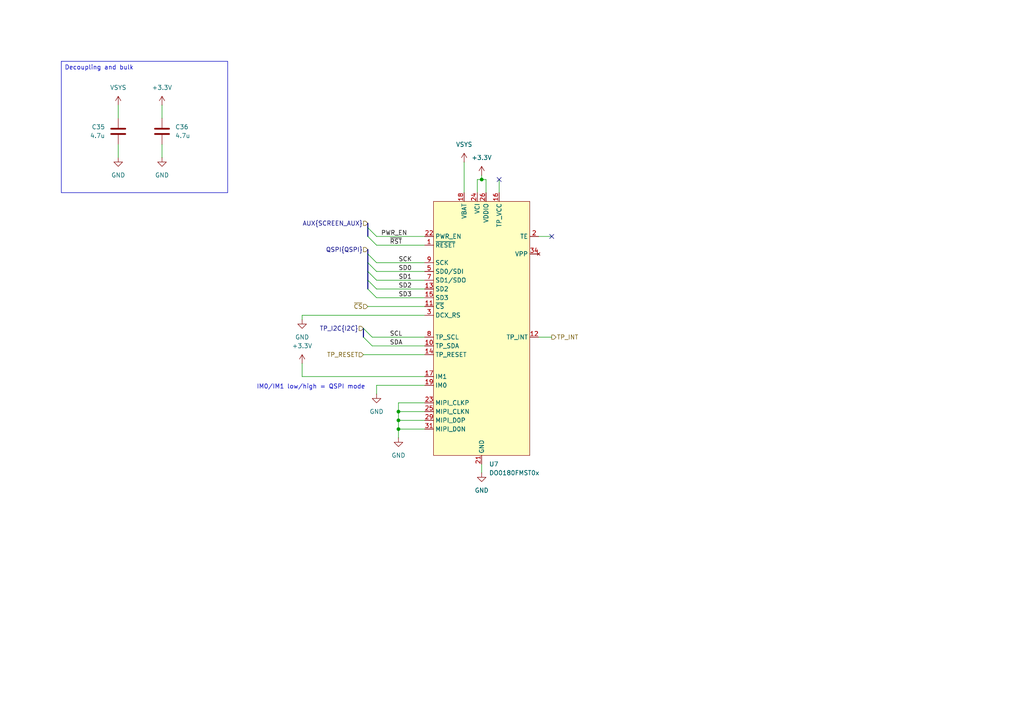
<source format=kicad_sch>
(kicad_sch (version 20250114) (generator "eeschema") (generator_version "9.0")
  (paper "A4")
  (lib_symbols
    (symbol "Device:C" (pin_numbers (hide yes)) (pin_names (offset 0.254))
      (property "Reference" "C" (at 0.635 2.54 0))
      (property "Value" "C" (at 0.635 -2.54 0))
      (symbol "C_0_1"
        (polyline (pts (xy -2.032 0.762) (xy 2.032 0.762)) (stroke (width 0.508)))
        (polyline (pts (xy -2.032 -0.762) (xy 2.032 -0.762)) (stroke (width 0.508)))
      )
      (symbol "C_1_1"
        (pin passive line (at 0 3.81 270) (length 2.794) (name "~") (number "1"))
        (pin passive line (at 0 -3.81 90) (length 2.794) (name "~") (number "2"))
      )
    )
    (symbol "picowalker:DO0180FMST0x"
      (property "Reference" "U" (at 13.462 6.096 0))
      (property "Value" "DO0180FMST0x" (at 13.716 3.556 0))
      (symbol "DO0180FMST0x_1_1"
        (rectangle (start -13.97 -2.54) (end 13.97 -76.2) (fill (type background)))
        (pin passive line (at -16.51 -12.7 0) (length 2.54) (name "PWR_EN") (number "22"))
        (pin passive line (at -16.51 -15.24 0) (length 2.54) (name "~{RESET}") (number "1"))
        (pin passive line (at -16.51 -20.32 0) (length 2.54) (name "SCK") (number "9"))
        (pin passive line (at -16.51 -22.86 0) (length 2.54) (name "SD0/SDI") (number "5"))
        (pin passive line (at -16.51 -25.4 0) (length 2.54) (name "SD1/SDO") (number "7"))
        (pin passive line (at -16.51 -27.94 0) (length 2.54) (name "SD2") (number "13"))
        (pin passive line (at -16.51 -30.48 0) (length 2.54) (name "SD3") (number "15"))
        (pin passive line (at -16.51 -33.02 0) (length 2.54) (name "~{CS}") (number "11"))
        (pin passive line (at -16.51 -35.56 0) (length 2.54) (name "DCX_RS") (number "3"))
        (pin passive line (at -16.51 -41.91 0) (length 2.54) (name "TP_SCL") (number "8"))
        (pin passive line (at -16.51 -44.45 0) (length 2.54) (name "TP_SDA") (number "10"))
        (pin passive line (at -16.51 -46.99 0) (length 2.54) (name "TP_RESET") (number "14"))
        (pin passive line (at -16.51 -53.34 0) (length 2.54) (name "IM1") (number "17"))
        (pin passive line (at -16.51 -55.88 0) (length 2.54) (name "IM0") (number "19"))
        (pin passive line (at -16.51 -60.96 0) (length 2.54) (name "MIPI_CLKP") (number "23"))
        (pin passive line (at -16.51 -63.5 0) (length 2.54) (name "MIPI_CLKN") (number "25"))
        (pin passive line (at -16.51 -66.04 0) (length 2.54) (name "MIPI_D0P") (number "29"))
        (pin passive line (at -16.51 -68.58 0) (length 2.54) (name "MIPI_D0N") (number "31"))
        (pin passive line (at -5.08 0 270) (length 2.54) (name "VBAT") (number "18"))
        (pin passive line (at -5.08 0 270) (length 2.54) (hide yes) (name "VBAT") (number "20"))
        (pin passive line (at -1.27 0 270) (length 2.54) (name "VCI") (number "24"))
        (pin passive line (at 0 -78.74 90) (length 2.54) (name "GND") (number "21"))
        (pin passive line (at 0 -78.74 90) (length 2.54) (hide yes) (name "GND") (number "27"))
        (pin passive line (at 0 -78.74 90) (length 2.54) (hide yes) (name "GND") (number "28"))
        (pin passive line (at 0 -78.74 90) (length 2.54) (hide yes) (name "GND") (number "33"))
        (pin passive line (at 0 -78.74 90) (length 2.54) (hide yes) (name "GND") (number "4"))
        (pin passive line (at 1.27 0 270) (length 2.54) (name "VDDIO") (number "26"))
        (pin passive line (at 5.08 0 270) (length 2.54) (name "TP_VCC") (number "16"))
        (pin passive line (at 16.51 -12.7 180) (length 2.54) (name "TE") (number "2"))
        (pin no_connect line (at 16.51 -17.78 180) (length 2.54) (name "VPP") (number "34"))
        (pin passive line (at 16.51 -41.91 180) (length 2.54) (name "TP_INT") (number "12"))
        (pin no_connect line (at 16.51 -53.34 180) (length 2.54) (hide yes) (name "NC") (number "32"))
        (pin no_connect line (at 16.51 -55.88 180) (length 2.54) (hide yes) (name "NC") (number "30"))
        (pin no_connect line (at 16.51 -58.42 180) (length 2.54) (hide yes) (name "NC") (number "6"))
        (pin no_connect line (at 16.51 -60.96 180) (length 2.54) (hide yes) (name "MP") (number "38"))
        (pin no_connect line (at 16.51 -63.5 180) (length 2.54) (hide yes) (name "MP") (number "37"))
        (pin no_connect line (at 16.51 -66.04 180) (length 2.54) (hide yes) (name "MP") (number "36"))
        (pin no_connect line (at 16.51 -68.58 180) (length 2.54) (hide yes) (name "MP") (number "35"))
      )
    )
    (symbol "picowalker:VSYS" (power) (pin_numbers (hide yes)) (pin_names (offset 0) (hide yes))
      (property "Value" "VSYS" (at 0 3.556 0))
      (symbol "VSYS_0_1"
        (polyline (pts (xy -0.762 1.27) (xy 0 2.54)))
        (polyline (pts (xy 0 2.54) (xy 0.762 1.27)))
        (polyline (pts (xy 0 0) (xy 0 2.54)))
      )
      (symbol "VSYS_1_1"
        (pin power_in line (at 0 0 90) (length 0) (name "~") (number "1"))
      )
    )
    (symbol "power:+3.3V" (power) (pin_numbers (hide yes)) (pin_names (offset 0) (hide yes))
      (property "Value" "+3.3V" (at 0 3.556 0))
      (symbol "+3.3V_0_1"
        (polyline (pts (xy -0.762 1.27) (xy 0 2.54)))
        (polyline (pts (xy 0 2.54) (xy 0.762 1.27)))
        (polyline (pts (xy 0 0) (xy 0 2.54)))
      )
      (symbol "+3.3V_1_1"
        (pin power_in line (at 0 0 90) (length 0) (name "~") (number "1"))
      )
    )
    (symbol "power:GND" (power) (pin_numbers (hide yes)) (pin_names (offset 0) (hide yes))
      (property "Value" "GND" (at 0 -3.81 0))
      (symbol "GND_0_1"
        (polyline (pts (xy 0 0) (xy 0 -1.27) (xy 1.27 -1.27) (xy 0 -2.54) (xy -1.27 -1.27) (xy 0 -1.27)))
      )
      (symbol "GND_1_1"
        (pin power_in line (at 0 0 270) (length 0) (name "~") (number "1"))
      )
    )
  )
  (bus_alias "SCREEN_AUX" (members "PWR_EN" "~{RST}"))
  (text "IM0/IM1 low/high = QSPI mode" (at 74.422 112.268 0) (effects (font (size 1.27 1.27)) (justify left)))
  (text_box "Decoupling and bulk" (at 17.78 17.78 0) (size 48.26 38.1) (margins 0.9525 0.9525 0.9525 0.9525) (effects (font (size 1.27 1.27)) (justify left top)))
  (junction (at 115.57 121.92))
  (junction (at 139.7 52.07))
  (junction (at 115.57 124.46))
  (junction (at 115.57 119.38))
  (no_connect (at 160.02 68.58))
  (no_connect (at 144.78 52.07))
  (bus_entry (at 106.68 83.82) (size 2.54 2.54))
  (bus_entry (at 106.68 73.66) (size 2.54 2.54))
  (bus_entry (at 106.68 76.2) (size 2.54 2.54))
  (bus_entry (at 106.68 78.74) (size 2.54 2.54))
  (bus_entry (at 105.41 97.79) (size 2.54 2.54))
  (bus_entry (at 106.68 81.28) (size 2.54 2.54))
  (bus_entry (at 106.68 68.58) (size 2.54 2.54))
  (bus_entry (at 105.41 95.25) (size 2.54 2.54))
  (bus_entry (at 106.68 66.04) (size 2.54 2.54))
  (wire (pts (xy 138.43 52.07) (xy 139.7 52.07)))
  (wire (pts (xy 139.7 134.62) (xy 139.7 137.16)))
  (wire (pts (xy 109.22 71.12) (xy 123.19 71.12)))
  (wire (pts (xy 109.22 76.2) (xy 123.19 76.2)))
  (bus (pts (xy 106.68 64.77) (xy 106.68 66.04)))
  (wire (pts (xy 34.29 41.91) (xy 34.29 45.72)))
  (wire (pts (xy 46.99 41.91) (xy 46.99 45.72)))
  (wire (pts (xy 109.22 81.28) (xy 123.19 81.28)))
  (wire (pts (xy 109.22 86.36) (xy 123.19 86.36)))
  (wire (pts (xy 123.19 116.84) (xy 115.57 116.84)))
  (wire (pts (xy 115.57 121.92) (xy 115.57 124.46)))
  (bus (pts (xy 106.68 76.2) (xy 106.68 78.74)))
  (wire (pts (xy 123.19 91.44) (xy 87.63 91.44)))
  (wire (pts (xy 87.63 105.41) (xy 87.63 109.22)))
  (wire (pts (xy 115.57 124.46) (xy 115.57 127)))
  (wire (pts (xy 109.22 68.58) (xy 123.19 68.58)))
  (wire (pts (xy 107.95 100.33) (xy 123.19 100.33)))
  (bus (pts (xy 106.68 78.74) (xy 106.68 81.28)))
  (bus (pts (xy 106.68 81.28) (xy 106.68 83.82)))
  (wire (pts (xy 115.57 119.38) (xy 115.57 121.92)))
  (wire (pts (xy 115.57 116.84) (xy 115.57 119.38)))
  (bus (pts (xy 106.68 72.39) (xy 106.68 73.66)))
  (wire (pts (xy 109.22 78.74) (xy 123.19 78.74)))
  (wire (pts (xy 106.68 88.9) (xy 123.19 88.9)))
  (bus (pts (xy 106.68 73.66) (xy 106.68 76.2)))
  (wire (pts (xy 123.19 111.76) (xy 109.22 111.76)))
  (wire (pts (xy 123.19 102.87) (xy 105.41 102.87)))
  (wire (pts (xy 115.57 124.46) (xy 123.19 124.46)))
  (wire (pts (xy 115.57 119.38) (xy 123.19 119.38)))
  (bus (pts (xy 105.41 95.25) (xy 105.41 97.79)))
  (wire (pts (xy 140.97 55.88) (xy 140.97 52.07)))
  (wire (pts (xy 139.7 52.07) (xy 139.7 50.8)))
  (wire (pts (xy 109.22 83.82) (xy 123.19 83.82)))
  (wire (pts (xy 87.63 109.22) (xy 123.19 109.22)))
  (wire (pts (xy 115.57 121.92) (xy 123.19 121.92)))
  (wire (pts (xy 156.21 97.79) (xy 160.02 97.79)))
  (wire (pts (xy 134.62 46.99) (xy 134.62 55.88)))
  (wire (pts (xy 140.97 52.07) (xy 139.7 52.07)))
  (wire (pts (xy 144.78 52.07) (xy 144.78 55.88)))
  (wire (pts (xy 109.22 111.76) (xy 109.22 114.3)))
  (bus (pts (xy 106.68 66.04) (xy 106.68 68.58)))
  (wire (pts (xy 138.43 55.88) (xy 138.43 52.07)))
  (wire (pts (xy 46.99 30.48) (xy 46.99 34.29)))
  (wire (pts (xy 156.21 68.58) (xy 160.02 68.58)))
  (wire (pts (xy 34.29 30.48) (xy 34.29 34.29)))
  (wire (pts (xy 87.63 91.44) (xy 87.63 92.71)))
  (wire (pts (xy 107.95 97.79) (xy 123.19 97.79)))
  (label "SCL" (at 113.03 97.79 0))
  (label "SDA" (at 113.03 100.33 0))
  (label "~{RST}" (at 113.03 71.12 0))
  (label "SD1" (at 115.57 81.28 0))
  (label "SD2" (at 115.57 83.82 0))
  (label "SD0" (at 115.57 78.74 0))
  (label "SCK" (at 115.57 76.2 0))
  (label "SD3" (at 115.57 86.36 0))
  (label "PWR_EN" (at 110.49 68.58 0))
  (hierarchical_label "TP_INT" (shape output) (at 160.02 97.79 0))
  (hierarchical_label "TP_RESET" (shape input) (at 105.41 102.87 180))
  (hierarchical_label "TP_I2C{I2C}" (shape input) (at 105.41 95.25 180))
  (hierarchical_label "AUX{SCREEN_AUX}" (shape input) (at 106.68 64.77 180))
  (hierarchical_label "~{CS}" (shape input) (at 106.68 88.9 180))
  (hierarchical_label "QSPI{QSPI}" (shape input) (at 106.68 72.39 180))
  (symbol (lib_id "picowalker:DO0180FMST0x") (at 139.7 55.88 0) (unit 1)
    (property "Reference" "U7" (at 141.8433 134.62 0) (effects (justify left)))
    (property "Value" "DO0180FMST0x" (at 141.8433 137.16 0) (effects (justify left)))
    (property "Footprint" "picowalker:AXE534127" (effects (hide yes)))
  )
  (symbol (lib_id "power:GND") (at 109.22 114.3 0) (unit 1)
    (property "Reference" "#PWR080" (effects (hide yes)))
    (property "Value" "GND" (at 109.22 119.38 0))
    (property "Description" "Power symbol creates a global label with name \"GND\" , ground" (effects (hide yes)))
  )
  (symbol (lib_id "picowalker:VSYS") (at 134.62 46.99 0) (unit 1)
    (property "Reference" "#PWR082" (effects (hide yes)))
    (property "Value" "VSYS" (at 134.62 41.91 0))
    (property "Description" "Power symbol creates a global label with name \"VSYS\"" (effects (hide yes)))
  )
  (symbol (lib_id "power:GND") (at 46.99 45.72 0) (unit 1)
    (property "Reference" "#PWR077" (effects (hide yes)))
    (property "Value" "GND" (at 46.99 50.8 0))
    (property "Description" "Power symbol creates a global label with name \"GND\" , ground" (effects (hide yes)))
  )
  (symbol (lib_id "picowalker:VSYS") (at 34.29 30.48 0) (unit 1)
    (property "Reference" "#PWR074" (effects (hide yes)))
    (property "Value" "VSYS" (at 34.29 25.4 0))
    (property "Description" "Power symbol creates a global label with name \"VSYS\"" (effects (hide yes)))
  )
  (symbol (lib_id "power:GND") (at 115.57 127 0) (unit 1)
    (property "Reference" "#PWR081" (effects (hide yes)))
    (property "Value" "GND" (at 115.57 132.08 0))
    (property "Description" "Power symbol creates a global label with name \"GND\" , ground" (effects (hide yes)))
  )
  (symbol (lib_id "Device:C") (at 34.29 38.1 0) (unit 1)
    (property "Reference" "C35" (at 30.48 36.8299 0) (effects (justify right)))
    (property "Value" "4.7u" (at 30.48 39.3699 0) (effects (justify right)))
    (property "Footprint" "Capacitor_SMD:C_0402_1005Metric" (effects (hide yes)))
    (property "Description" "Unpolarized capacitor" (effects (hide yes)))
  )
  (symbol (lib_id "power:GND") (at 34.29 45.72 0) (unit 1)
    (property "Reference" "#PWR075" (effects (hide yes)))
    (property "Value" "GND" (at 34.29 50.8 0))
    (property "Description" "Power symbol creates a global label with name \"GND\" , ground" (effects (hide yes)))
  )
  (symbol (lib_id "Device:C") (at 46.99 38.1 180) (unit 1)
    (property "Reference" "C36" (at 50.8 36.8299 0) (effects (justify right)))
    (property "Value" "4.7u" (at 50.8 39.3699 0) (effects (justify right)))
    (property "Footprint" "Capacitor_SMD:C_0402_1005Metric" (effects (hide yes)))
    (property "Description" "Unpolarized capacitor" (effects (hide yes)))
  )
  (symbol (lib_id "power:+3.3V") (at 87.63 105.41 0) (unit 1)
    (property "Reference" "#PWR079" (effects (hide yes)))
    (property "Value" "+3.3V" (at 87.63 100.33 0))
    (property "Description" "Power symbol creates a global label with name \"+3.3V\"" (effects (hide yes)))
  )
  (symbol (lib_id "power:GND") (at 87.63 92.71 0) (unit 1)
    (property "Reference" "#PWR078" (effects (hide yes)))
    (property "Value" "GND" (at 87.63 97.79 0))
    (property "Description" "Power symbol creates a global label with name \"GND\" , ground" (effects (hide yes)))
  )
  (symbol (lib_id "power:+3.3V") (at 139.7 50.8 0) (unit 1)
    (property "Reference" "#PWR083" (effects (hide yes)))
    (property "Value" "+3.3V" (at 139.7 45.72 0))
    (property "Description" "Power symbol creates a global label with name \"+3.3V\"" (effects (hide yes)))
  )
  (symbol (lib_id "power:GND") (at 139.7 137.16 0) (unit 1)
    (property "Reference" "#PWR084" (effects (hide yes)))
    (property "Value" "GND" (at 139.7 142.24 0))
    (property "Description" "Power symbol creates a global label with name \"GND\" , ground" (effects (hide yes)))
  )
  (symbol (lib_id "power:+3.3V") (at 46.99 30.48 0) (unit 1)
    (property "Reference" "#PWR076" (effects (hide yes)))
    (property "Value" "+3.3V" (at 46.99 25.4 0))
    (property "Description" "Power symbol creates a global label with name \"+3.3V\"" (effects (hide yes)))
  )
)
</source>
